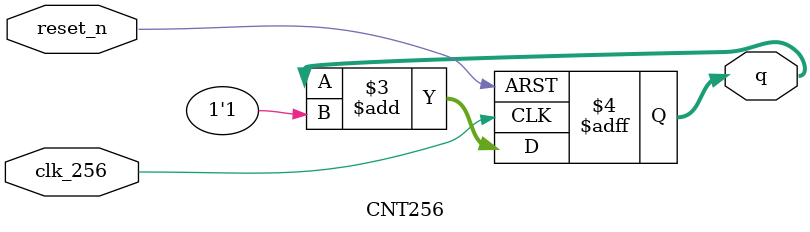
<source format=v>
module CNT256(
	input clk_256,reset_n,
	output reg [7:0] q
);
always @(posedge clk_256 , negedge reset_n)
		if (!reset_n)
			q<=0;
		else 
			q <= q +1'b1;

endmodule

</source>
